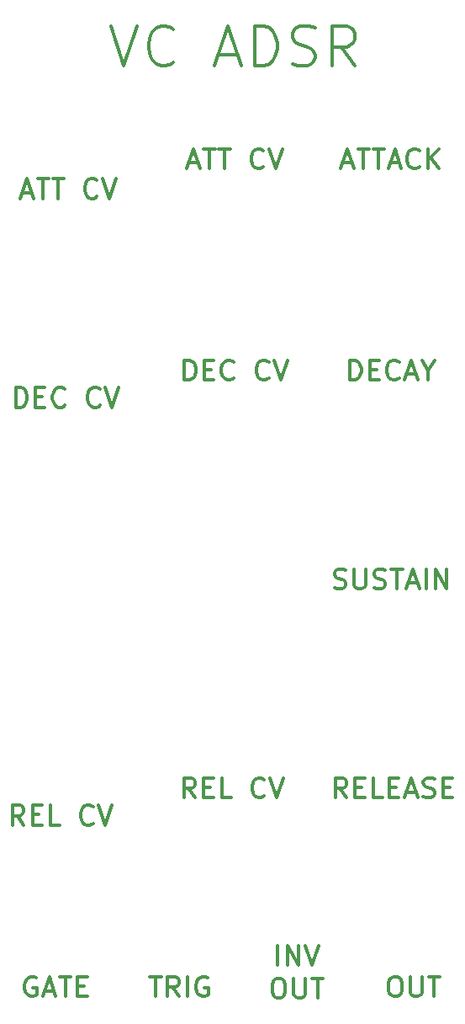
<source format=gbr>
G04 #@! TF.GenerationSoftware,KiCad,Pcbnew,(5.1.5-0)*
G04 #@! TF.CreationDate,2021-01-20T17:48:20-08:00*
G04 #@! TF.ProjectId,vcadsr,76636164-7372-42e6-9b69-6361645f7063,rev?*
G04 #@! TF.SameCoordinates,Original*
G04 #@! TF.FileFunction,Legend,Top*
G04 #@! TF.FilePolarity,Positive*
%FSLAX46Y46*%
G04 Gerber Fmt 4.6, Leading zero omitted, Abs format (unit mm)*
G04 Created by KiCad (PCBNEW (5.1.5-0)) date 2021-01-20 17:48:20*
%MOMM*%
%LPD*%
G04 APERTURE LIST*
%ADD10C,0.300000*%
G04 APERTURE END LIST*
D10*
X3880952Y-18083333D02*
X4833333Y-18083333D01*
X3690476Y-18654761D02*
X4357142Y-16654761D01*
X5023809Y-18654761D01*
X5404761Y-16654761D02*
X6547619Y-16654761D01*
X5976190Y-18654761D02*
X5976190Y-16654761D01*
X6928571Y-16654761D02*
X8071428Y-16654761D01*
X7500000Y-18654761D02*
X7500000Y-16654761D01*
X11404761Y-18464285D02*
X11309523Y-18559523D01*
X11023809Y-18654761D01*
X10833333Y-18654761D01*
X10547619Y-18559523D01*
X10357142Y-18369047D01*
X10261904Y-18178571D01*
X10166666Y-17797619D01*
X10166666Y-17511904D01*
X10261904Y-17130952D01*
X10357142Y-16940476D01*
X10547619Y-16750000D01*
X10833333Y-16654761D01*
X11023809Y-16654761D01*
X11309523Y-16750000D01*
X11404761Y-16845238D01*
X11976190Y-16654761D02*
X12642857Y-18654761D01*
X13309523Y-16654761D01*
X20630952Y-15083333D02*
X21583333Y-15083333D01*
X20440476Y-15654761D02*
X21107142Y-13654761D01*
X21773809Y-15654761D01*
X22154761Y-13654761D02*
X23297619Y-13654761D01*
X22726190Y-15654761D02*
X22726190Y-13654761D01*
X23678571Y-13654761D02*
X24821428Y-13654761D01*
X24250000Y-15654761D02*
X24250000Y-13654761D01*
X28154761Y-15464285D02*
X28059523Y-15559523D01*
X27773809Y-15654761D01*
X27583333Y-15654761D01*
X27297619Y-15559523D01*
X27107142Y-15369047D01*
X27011904Y-15178571D01*
X26916666Y-14797619D01*
X26916666Y-14511904D01*
X27011904Y-14130952D01*
X27107142Y-13940476D01*
X27297619Y-13750000D01*
X27583333Y-13654761D01*
X27773809Y-13654761D01*
X28059523Y-13750000D01*
X28154761Y-13845238D01*
X28726190Y-13654761D02*
X29392857Y-15654761D01*
X30059523Y-13654761D01*
X36142857Y-15083333D02*
X37095238Y-15083333D01*
X35952380Y-15654761D02*
X36619047Y-13654761D01*
X37285714Y-15654761D01*
X37666666Y-13654761D02*
X38809523Y-13654761D01*
X38238095Y-15654761D02*
X38238095Y-13654761D01*
X39190476Y-13654761D02*
X40333333Y-13654761D01*
X39761904Y-15654761D02*
X39761904Y-13654761D01*
X40904761Y-15083333D02*
X41857142Y-15083333D01*
X40714285Y-15654761D02*
X41380952Y-13654761D01*
X42047619Y-15654761D01*
X43857142Y-15464285D02*
X43761904Y-15559523D01*
X43476190Y-15654761D01*
X43285714Y-15654761D01*
X43000000Y-15559523D01*
X42809523Y-15369047D01*
X42714285Y-15178571D01*
X42619047Y-14797619D01*
X42619047Y-14511904D01*
X42714285Y-14130952D01*
X42809523Y-13940476D01*
X43000000Y-13750000D01*
X43285714Y-13654761D01*
X43476190Y-13654761D01*
X43761904Y-13750000D01*
X43857142Y-13845238D01*
X44714285Y-15654761D02*
X44714285Y-13654761D01*
X45857142Y-15654761D02*
X45000000Y-14511904D01*
X45857142Y-13654761D02*
X44714285Y-14797619D01*
X3202380Y-39654761D02*
X3202380Y-37654761D01*
X3678571Y-37654761D01*
X3964285Y-37750000D01*
X4154761Y-37940476D01*
X4250000Y-38130952D01*
X4345238Y-38511904D01*
X4345238Y-38797619D01*
X4250000Y-39178571D01*
X4154761Y-39369047D01*
X3964285Y-39559523D01*
X3678571Y-39654761D01*
X3202380Y-39654761D01*
X5202380Y-38607142D02*
X5869047Y-38607142D01*
X6154761Y-39654761D02*
X5202380Y-39654761D01*
X5202380Y-37654761D01*
X6154761Y-37654761D01*
X8154761Y-39464285D02*
X8059523Y-39559523D01*
X7773809Y-39654761D01*
X7583333Y-39654761D01*
X7297619Y-39559523D01*
X7107142Y-39369047D01*
X7011904Y-39178571D01*
X6916666Y-38797619D01*
X6916666Y-38511904D01*
X7011904Y-38130952D01*
X7107142Y-37940476D01*
X7297619Y-37750000D01*
X7583333Y-37654761D01*
X7773809Y-37654761D01*
X8059523Y-37750000D01*
X8154761Y-37845238D01*
X11678571Y-39464285D02*
X11583333Y-39559523D01*
X11297619Y-39654761D01*
X11107142Y-39654761D01*
X10821428Y-39559523D01*
X10630952Y-39369047D01*
X10535714Y-39178571D01*
X10440476Y-38797619D01*
X10440476Y-38511904D01*
X10535714Y-38130952D01*
X10630952Y-37940476D01*
X10821428Y-37750000D01*
X11107142Y-37654761D01*
X11297619Y-37654761D01*
X11583333Y-37750000D01*
X11678571Y-37845238D01*
X12250000Y-37654761D02*
X12916666Y-39654761D01*
X13583333Y-37654761D01*
X20202380Y-36904761D02*
X20202380Y-34904761D01*
X20678571Y-34904761D01*
X20964285Y-35000000D01*
X21154761Y-35190476D01*
X21250000Y-35380952D01*
X21345238Y-35761904D01*
X21345238Y-36047619D01*
X21250000Y-36428571D01*
X21154761Y-36619047D01*
X20964285Y-36809523D01*
X20678571Y-36904761D01*
X20202380Y-36904761D01*
X22202380Y-35857142D02*
X22869047Y-35857142D01*
X23154761Y-36904761D02*
X22202380Y-36904761D01*
X22202380Y-34904761D01*
X23154761Y-34904761D01*
X25154761Y-36714285D02*
X25059523Y-36809523D01*
X24773809Y-36904761D01*
X24583333Y-36904761D01*
X24297619Y-36809523D01*
X24107142Y-36619047D01*
X24011904Y-36428571D01*
X23916666Y-36047619D01*
X23916666Y-35761904D01*
X24011904Y-35380952D01*
X24107142Y-35190476D01*
X24297619Y-35000000D01*
X24583333Y-34904761D01*
X24773809Y-34904761D01*
X25059523Y-35000000D01*
X25154761Y-35095238D01*
X28678571Y-36714285D02*
X28583333Y-36809523D01*
X28297619Y-36904761D01*
X28107142Y-36904761D01*
X27821428Y-36809523D01*
X27630952Y-36619047D01*
X27535714Y-36428571D01*
X27440476Y-36047619D01*
X27440476Y-35761904D01*
X27535714Y-35380952D01*
X27630952Y-35190476D01*
X27821428Y-35000000D01*
X28107142Y-34904761D01*
X28297619Y-34904761D01*
X28583333Y-35000000D01*
X28678571Y-35095238D01*
X29250000Y-34904761D02*
X29916666Y-36904761D01*
X30583333Y-34904761D01*
X36857142Y-36904761D02*
X36857142Y-34904761D01*
X37333333Y-34904761D01*
X37619047Y-35000000D01*
X37809523Y-35190476D01*
X37904761Y-35380952D01*
X38000000Y-35761904D01*
X38000000Y-36047619D01*
X37904761Y-36428571D01*
X37809523Y-36619047D01*
X37619047Y-36809523D01*
X37333333Y-36904761D01*
X36857142Y-36904761D01*
X38857142Y-35857142D02*
X39523809Y-35857142D01*
X39809523Y-36904761D02*
X38857142Y-36904761D01*
X38857142Y-34904761D01*
X39809523Y-34904761D01*
X41809523Y-36714285D02*
X41714285Y-36809523D01*
X41428571Y-36904761D01*
X41238095Y-36904761D01*
X40952380Y-36809523D01*
X40761904Y-36619047D01*
X40666666Y-36428571D01*
X40571428Y-36047619D01*
X40571428Y-35761904D01*
X40666666Y-35380952D01*
X40761904Y-35190476D01*
X40952380Y-35000000D01*
X41238095Y-34904761D01*
X41428571Y-34904761D01*
X41714285Y-35000000D01*
X41809523Y-35095238D01*
X42571428Y-36333333D02*
X43523809Y-36333333D01*
X42380952Y-36904761D02*
X43047619Y-34904761D01*
X43714285Y-36904761D01*
X44761904Y-35952380D02*
X44761904Y-36904761D01*
X44095238Y-34904761D02*
X44761904Y-35952380D01*
X45428571Y-34904761D01*
X35285714Y-57809523D02*
X35571428Y-57904761D01*
X36047619Y-57904761D01*
X36238095Y-57809523D01*
X36333333Y-57714285D01*
X36428571Y-57523809D01*
X36428571Y-57333333D01*
X36333333Y-57142857D01*
X36238095Y-57047619D01*
X36047619Y-56952380D01*
X35666666Y-56857142D01*
X35476190Y-56761904D01*
X35380952Y-56666666D01*
X35285714Y-56476190D01*
X35285714Y-56285714D01*
X35380952Y-56095238D01*
X35476190Y-56000000D01*
X35666666Y-55904761D01*
X36142857Y-55904761D01*
X36428571Y-56000000D01*
X37285714Y-55904761D02*
X37285714Y-57523809D01*
X37380952Y-57714285D01*
X37476190Y-57809523D01*
X37666666Y-57904761D01*
X38047619Y-57904761D01*
X38238095Y-57809523D01*
X38333333Y-57714285D01*
X38428571Y-57523809D01*
X38428571Y-55904761D01*
X39285714Y-57809523D02*
X39571428Y-57904761D01*
X40047619Y-57904761D01*
X40238095Y-57809523D01*
X40333333Y-57714285D01*
X40428571Y-57523809D01*
X40428571Y-57333333D01*
X40333333Y-57142857D01*
X40238095Y-57047619D01*
X40047619Y-56952380D01*
X39666666Y-56857142D01*
X39476190Y-56761904D01*
X39380952Y-56666666D01*
X39285714Y-56476190D01*
X39285714Y-56285714D01*
X39380952Y-56095238D01*
X39476190Y-56000000D01*
X39666666Y-55904761D01*
X40142857Y-55904761D01*
X40428571Y-56000000D01*
X41000000Y-55904761D02*
X42142857Y-55904761D01*
X41571428Y-57904761D02*
X41571428Y-55904761D01*
X42714285Y-57333333D02*
X43666666Y-57333333D01*
X42523809Y-57904761D02*
X43190476Y-55904761D01*
X43857142Y-57904761D01*
X44523809Y-57904761D02*
X44523809Y-55904761D01*
X45476190Y-57904761D02*
X45476190Y-55904761D01*
X46619047Y-57904761D01*
X46619047Y-55904761D01*
X41250000Y-96904761D02*
X41630952Y-96904761D01*
X41821428Y-97000000D01*
X42011904Y-97190476D01*
X42107142Y-97571428D01*
X42107142Y-98238095D01*
X42011904Y-98619047D01*
X41821428Y-98809523D01*
X41630952Y-98904761D01*
X41250000Y-98904761D01*
X41059523Y-98809523D01*
X40869047Y-98619047D01*
X40773809Y-98238095D01*
X40773809Y-97571428D01*
X40869047Y-97190476D01*
X41059523Y-97000000D01*
X41250000Y-96904761D01*
X42964285Y-96904761D02*
X42964285Y-98523809D01*
X43059523Y-98714285D01*
X43154761Y-98809523D01*
X43345238Y-98904761D01*
X43726190Y-98904761D01*
X43916666Y-98809523D01*
X44011904Y-98714285D01*
X44107142Y-98523809D01*
X44107142Y-96904761D01*
X44773809Y-96904761D02*
X45916666Y-96904761D01*
X45345238Y-98904761D02*
X45345238Y-96904761D01*
X29595238Y-95754761D02*
X29595238Y-93754761D01*
X30547619Y-95754761D02*
X30547619Y-93754761D01*
X31690476Y-95754761D01*
X31690476Y-93754761D01*
X32357142Y-93754761D02*
X33023809Y-95754761D01*
X33690476Y-93754761D01*
X29500000Y-97054761D02*
X29880952Y-97054761D01*
X30071428Y-97150000D01*
X30261904Y-97340476D01*
X30357142Y-97721428D01*
X30357142Y-98388095D01*
X30261904Y-98769047D01*
X30071428Y-98959523D01*
X29880952Y-99054761D01*
X29500000Y-99054761D01*
X29309523Y-98959523D01*
X29119047Y-98769047D01*
X29023809Y-98388095D01*
X29023809Y-97721428D01*
X29119047Y-97340476D01*
X29309523Y-97150000D01*
X29500000Y-97054761D01*
X31214285Y-97054761D02*
X31214285Y-98673809D01*
X31309523Y-98864285D01*
X31404761Y-98959523D01*
X31595238Y-99054761D01*
X31976190Y-99054761D01*
X32166666Y-98959523D01*
X32261904Y-98864285D01*
X32357142Y-98673809D01*
X32357142Y-97054761D01*
X33023809Y-97054761D02*
X34166666Y-97054761D01*
X33595238Y-99054761D02*
X33595238Y-97054761D01*
X16702380Y-96904761D02*
X17845238Y-96904761D01*
X17273809Y-98904761D02*
X17273809Y-96904761D01*
X19654761Y-98904761D02*
X18988095Y-97952380D01*
X18511904Y-98904761D02*
X18511904Y-96904761D01*
X19273809Y-96904761D01*
X19464285Y-97000000D01*
X19559523Y-97095238D01*
X19654761Y-97285714D01*
X19654761Y-97571428D01*
X19559523Y-97761904D01*
X19464285Y-97857142D01*
X19273809Y-97952380D01*
X18511904Y-97952380D01*
X20511904Y-98904761D02*
X20511904Y-96904761D01*
X22511904Y-97000000D02*
X22321428Y-96904761D01*
X22035714Y-96904761D01*
X21750000Y-97000000D01*
X21559523Y-97190476D01*
X21464285Y-97380952D01*
X21369047Y-97761904D01*
X21369047Y-98047619D01*
X21464285Y-98428571D01*
X21559523Y-98619047D01*
X21750000Y-98809523D01*
X22035714Y-98904761D01*
X22226190Y-98904761D01*
X22511904Y-98809523D01*
X22607142Y-98714285D01*
X22607142Y-98047619D01*
X22226190Y-98047619D01*
X5250000Y-97000000D02*
X5059523Y-96904761D01*
X4773809Y-96904761D01*
X4488095Y-97000000D01*
X4297619Y-97190476D01*
X4202380Y-97380952D01*
X4107142Y-97761904D01*
X4107142Y-98047619D01*
X4202380Y-98428571D01*
X4297619Y-98619047D01*
X4488095Y-98809523D01*
X4773809Y-98904761D01*
X4964285Y-98904761D01*
X5250000Y-98809523D01*
X5345238Y-98714285D01*
X5345238Y-98047619D01*
X4964285Y-98047619D01*
X6107142Y-98333333D02*
X7059523Y-98333333D01*
X5916666Y-98904761D02*
X6583333Y-96904761D01*
X7250000Y-98904761D01*
X7630952Y-96904761D02*
X8773809Y-96904761D01*
X8202380Y-98904761D02*
X8202380Y-96904761D01*
X9440476Y-97857142D02*
X10107142Y-97857142D01*
X10392857Y-98904761D02*
X9440476Y-98904761D01*
X9440476Y-96904761D01*
X10392857Y-96904761D01*
X36535714Y-78904761D02*
X35869047Y-77952380D01*
X35392857Y-78904761D02*
X35392857Y-76904761D01*
X36154761Y-76904761D01*
X36345238Y-77000000D01*
X36440476Y-77095238D01*
X36535714Y-77285714D01*
X36535714Y-77571428D01*
X36440476Y-77761904D01*
X36345238Y-77857142D01*
X36154761Y-77952380D01*
X35392857Y-77952380D01*
X37392857Y-77857142D02*
X38059523Y-77857142D01*
X38345238Y-78904761D02*
X37392857Y-78904761D01*
X37392857Y-76904761D01*
X38345238Y-76904761D01*
X40154761Y-78904761D02*
X39202380Y-78904761D01*
X39202380Y-76904761D01*
X40821428Y-77857142D02*
X41488095Y-77857142D01*
X41773809Y-78904761D02*
X40821428Y-78904761D01*
X40821428Y-76904761D01*
X41773809Y-76904761D01*
X42535714Y-78333333D02*
X43488095Y-78333333D01*
X42345238Y-78904761D02*
X43011904Y-76904761D01*
X43678571Y-78904761D01*
X44250000Y-78809523D02*
X44535714Y-78904761D01*
X45011904Y-78904761D01*
X45202380Y-78809523D01*
X45297619Y-78714285D01*
X45392857Y-78523809D01*
X45392857Y-78333333D01*
X45297619Y-78142857D01*
X45202380Y-78047619D01*
X45011904Y-77952380D01*
X44630952Y-77857142D01*
X44440476Y-77761904D01*
X44345238Y-77666666D01*
X44250000Y-77476190D01*
X44250000Y-77285714D01*
X44345238Y-77095238D01*
X44440476Y-77000000D01*
X44630952Y-76904761D01*
X45107142Y-76904761D01*
X45392857Y-77000000D01*
X46250000Y-77857142D02*
X46916666Y-77857142D01*
X47202380Y-78904761D02*
X46250000Y-78904761D01*
X46250000Y-76904761D01*
X47202380Y-76904761D01*
X21285714Y-78904761D02*
X20619047Y-77952380D01*
X20142857Y-78904761D02*
X20142857Y-76904761D01*
X20904761Y-76904761D01*
X21095238Y-77000000D01*
X21190476Y-77095238D01*
X21285714Y-77285714D01*
X21285714Y-77571428D01*
X21190476Y-77761904D01*
X21095238Y-77857142D01*
X20904761Y-77952380D01*
X20142857Y-77952380D01*
X22142857Y-77857142D02*
X22809523Y-77857142D01*
X23095238Y-78904761D02*
X22142857Y-78904761D01*
X22142857Y-76904761D01*
X23095238Y-76904761D01*
X24904761Y-78904761D02*
X23952380Y-78904761D01*
X23952380Y-76904761D01*
X28238095Y-78714285D02*
X28142857Y-78809523D01*
X27857142Y-78904761D01*
X27666666Y-78904761D01*
X27380952Y-78809523D01*
X27190476Y-78619047D01*
X27095238Y-78428571D01*
X27000000Y-78047619D01*
X27000000Y-77761904D01*
X27095238Y-77380952D01*
X27190476Y-77190476D01*
X27380952Y-77000000D01*
X27666666Y-76904761D01*
X27857142Y-76904761D01*
X28142857Y-77000000D01*
X28238095Y-77095238D01*
X28809523Y-76904761D02*
X29476190Y-78904761D01*
X30142857Y-76904761D01*
X4035714Y-81654761D02*
X3369047Y-80702380D01*
X2892857Y-81654761D02*
X2892857Y-79654761D01*
X3654761Y-79654761D01*
X3845238Y-79750000D01*
X3940476Y-79845238D01*
X4035714Y-80035714D01*
X4035714Y-80321428D01*
X3940476Y-80511904D01*
X3845238Y-80607142D01*
X3654761Y-80702380D01*
X2892857Y-80702380D01*
X4892857Y-80607142D02*
X5559523Y-80607142D01*
X5845238Y-81654761D02*
X4892857Y-81654761D01*
X4892857Y-79654761D01*
X5845238Y-79654761D01*
X7654761Y-81654761D02*
X6702380Y-81654761D01*
X6702380Y-79654761D01*
X10988095Y-81464285D02*
X10892857Y-81559523D01*
X10607142Y-81654761D01*
X10416666Y-81654761D01*
X10130952Y-81559523D01*
X9940476Y-81369047D01*
X9845238Y-81178571D01*
X9750000Y-80797619D01*
X9750000Y-80511904D01*
X9845238Y-80130952D01*
X9940476Y-79940476D01*
X10130952Y-79750000D01*
X10416666Y-79654761D01*
X10607142Y-79654761D01*
X10892857Y-79750000D01*
X10988095Y-79845238D01*
X11559523Y-79654761D02*
X12226190Y-81654761D01*
X12892857Y-79654761D01*
X12773809Y-1309523D02*
X14107142Y-5309523D01*
X15440476Y-1309523D01*
X19059523Y-4928571D02*
X18869047Y-5119047D01*
X18297619Y-5309523D01*
X17916666Y-5309523D01*
X17345238Y-5119047D01*
X16964285Y-4738095D01*
X16773809Y-4357142D01*
X16583333Y-3595238D01*
X16583333Y-3023809D01*
X16773809Y-2261904D01*
X16964285Y-1880952D01*
X17345238Y-1500000D01*
X17916666Y-1309523D01*
X18297619Y-1309523D01*
X18869047Y-1500000D01*
X19059523Y-1690476D01*
X23630952Y-4166666D02*
X25535714Y-4166666D01*
X23250000Y-5309523D02*
X24583333Y-1309523D01*
X25916666Y-5309523D01*
X27249999Y-5309523D02*
X27249999Y-1309523D01*
X28202380Y-1309523D01*
X28773809Y-1500000D01*
X29154761Y-1880952D01*
X29345238Y-2261904D01*
X29535714Y-3023809D01*
X29535714Y-3595238D01*
X29345238Y-4357142D01*
X29154761Y-4738095D01*
X28773809Y-5119047D01*
X28202380Y-5309523D01*
X27249999Y-5309523D01*
X31059523Y-5119047D02*
X31630952Y-5309523D01*
X32583333Y-5309523D01*
X32964285Y-5119047D01*
X33154761Y-4928571D01*
X33345238Y-4547619D01*
X33345238Y-4166666D01*
X33154761Y-3785714D01*
X32964285Y-3595238D01*
X32583333Y-3404761D01*
X31821428Y-3214285D01*
X31440476Y-3023809D01*
X31249999Y-2833333D01*
X31059523Y-2452380D01*
X31059523Y-2071428D01*
X31249999Y-1690476D01*
X31440476Y-1500000D01*
X31821428Y-1309523D01*
X32773809Y-1309523D01*
X33345238Y-1500000D01*
X37345238Y-5309523D02*
X36011904Y-3404761D01*
X35059523Y-5309523D02*
X35059523Y-1309523D01*
X36583333Y-1309523D01*
X36964285Y-1500000D01*
X37154761Y-1690476D01*
X37345238Y-2071428D01*
X37345238Y-2642857D01*
X37154761Y-3023809D01*
X36964285Y-3214285D01*
X36583333Y-3404761D01*
X35059523Y-3404761D01*
M02*

</source>
